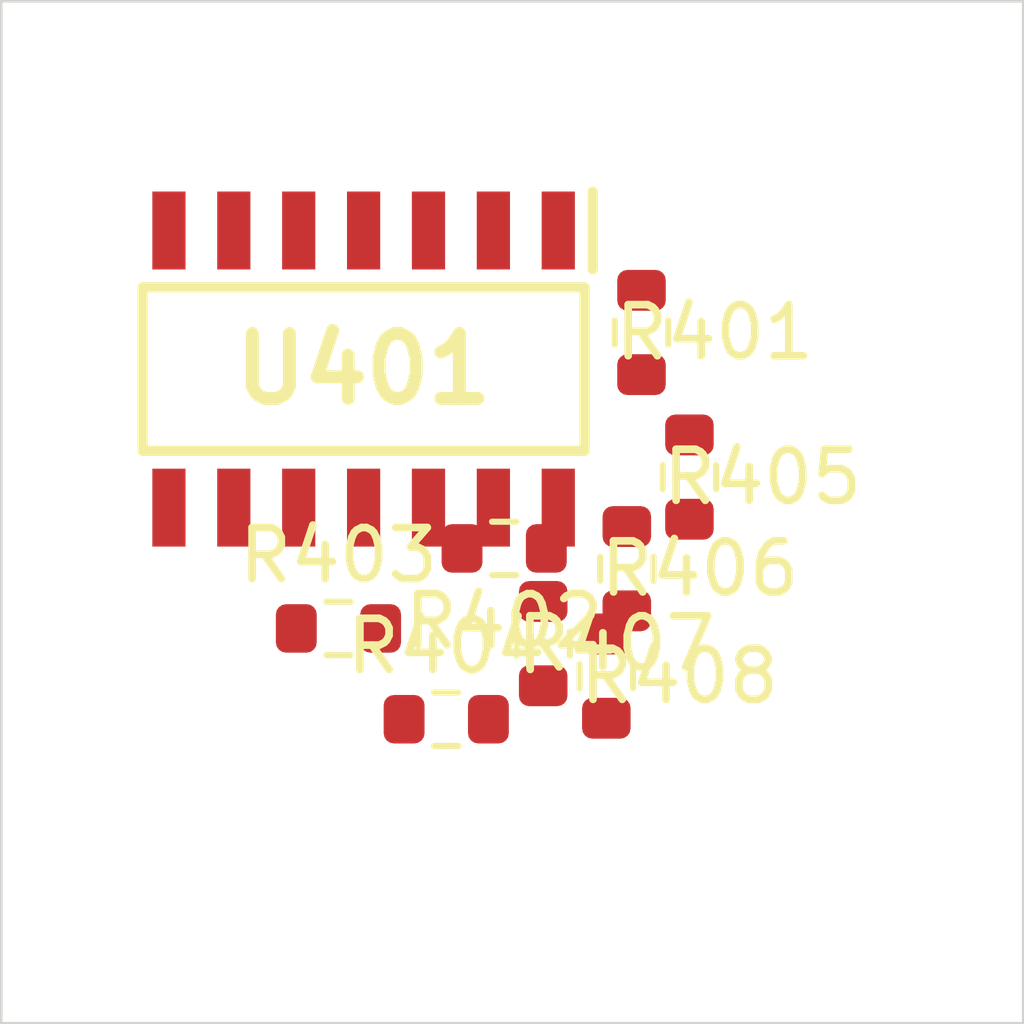
<source format=kicad_pcb>
 ( kicad_pcb  ( version 20171130 )
 ( host pcbnew 5.1.12-84ad8e8a86~92~ubuntu18.04.1 )
 ( general  ( thickness 1.6 )
 ( drawings 4 )
 ( tracks 0 )
 ( zones 0 )
 ( modules 9 )
 ( nets 14 )
)
 ( page A4 )
 ( layers  ( 0 F.Cu signal )
 ( 31 B.Cu signal )
 ( 32 B.Adhes user )
 ( 33 F.Adhes user )
 ( 34 B.Paste user )
 ( 35 F.Paste user )
 ( 36 B.SilkS user )
 ( 37 F.SilkS user )
 ( 38 B.Mask user )
 ( 39 F.Mask user )
 ( 40 Dwgs.User user )
 ( 41 Cmts.User user )
 ( 42 Eco1.User user )
 ( 43 Eco2.User user )
 ( 44 Edge.Cuts user )
 ( 45 Margin user )
 ( 46 B.CrtYd user )
 ( 47 F.CrtYd user )
 ( 48 B.Fab user )
 ( 49 F.Fab user )
)
 ( setup  ( last_trace_width 0.25 )
 ( trace_clearance 0.2 )
 ( zone_clearance 0.508 )
 ( zone_45_only no )
 ( trace_min 0.2 )
 ( via_size 0.8 )
 ( via_drill 0.4 )
 ( via_min_size 0.4 )
 ( via_min_drill 0.3 )
 ( uvia_size 0.3 )
 ( uvia_drill 0.1 )
 ( uvias_allowed no )
 ( uvia_min_size 0.2 )
 ( uvia_min_drill 0.1 )
 ( edge_width 0.05 )
 ( segment_width 0.2 )
 ( pcb_text_width 0.3 )
 ( pcb_text_size 1.5 1.5 )
 ( mod_edge_width 0.12 )
 ( mod_text_size 1 1 )
 ( mod_text_width 0.15 )
 ( pad_size 1.524 1.524 )
 ( pad_drill 0.762 )
 ( pad_to_mask_clearance 0 )
 ( aux_axis_origin 0 0 )
 ( visible_elements FFFFFF7F )
 ( pcbplotparams  ( layerselection 0x010fc_ffffffff )
 ( usegerberextensions false )
 ( usegerberattributes true )
 ( usegerberadvancedattributes true )
 ( creategerberjobfile true )
 ( excludeedgelayer true )
 ( linewidth 0.100000 )
 ( plotframeref false )
 ( viasonmask false )
 ( mode 1 )
 ( useauxorigin false )
 ( hpglpennumber 1 )
 ( hpglpenspeed 20 )
 ( hpglpendiameter 15.000000 )
 ( psnegative false )
 ( psa4output false )
 ( plotreference true )
 ( plotvalue true )
 ( plotinvisibletext false )
 ( padsonsilk false )
 ( subtractmaskfromsilk false )
 ( outputformat 1 )
 ( mirror false )
 ( drillshape 1 )
 ( scaleselection 1 )
 ( outputdirectory "" )
)
)
 ( net 0 "" )
 ( net 1 /Sheet6235D886/vp )
 ( net 2 /Sheet6248AD22/chn0 )
 ( net 3 /Sheet6248AD22/chn1 )
 ( net 4 /Sheet6248AD22/chn2 )
 ( net 5 /Sheet6248AD22/chn3 )
 ( net 6 "Net-(R401-Pad2)" )
 ( net 7 "Net-(R402-Pad2)" )
 ( net 8 "Net-(R403-Pad2)" )
 ( net 9 "Net-(R404-Pad2)" )
 ( net 10 /Sheet6248AD22/chn0_n )
 ( net 11 /Sheet6248AD22/chn1_n )
 ( net 12 /Sheet6248AD22/chn2_n )
 ( net 13 /Sheet6248AD22/chn3_n )
 ( net_class Default "This is the default net class."  ( clearance 0.2 )
 ( trace_width 0.25 )
 ( via_dia 0.8 )
 ( via_drill 0.4 )
 ( uvia_dia 0.3 )
 ( uvia_drill 0.1 )
 ( add_net /Sheet6235D886/vp )
 ( add_net /Sheet6248AD22/chn0 )
 ( add_net /Sheet6248AD22/chn0_n )
 ( add_net /Sheet6248AD22/chn1 )
 ( add_net /Sheet6248AD22/chn1_n )
 ( add_net /Sheet6248AD22/chn2 )
 ( add_net /Sheet6248AD22/chn2_n )
 ( add_net /Sheet6248AD22/chn3 )
 ( add_net /Sheet6248AD22/chn3_n )
 ( add_net "Net-(R401-Pad2)" )
 ( add_net "Net-(R402-Pad2)" )
 ( add_net "Net-(R403-Pad2)" )
 ( add_net "Net-(R404-Pad2)" )
)
 ( module Resistor_SMD:R_0603_1608Metric  ( layer F.Cu )
 ( tedit 5F68FEEE )
 ( tstamp 623425C8 )
 ( at 92.529600 106.482000 270.000000 )
 ( descr "Resistor SMD 0603 (1608 Metric), square (rectangular) end terminal, IPC_7351 nominal, (Body size source: IPC-SM-782 page 72, https://www.pcb-3d.com/wordpress/wp-content/uploads/ipc-sm-782a_amendment_1_and_2.pdf), generated with kicad-footprint-generator" )
 ( tags resistor )
 ( path /6248AD23/6249ADFD )
 ( attr smd )
 ( fp_text reference R401  ( at 0 -1.43 )
 ( layer F.SilkS )
 ( effects  ( font  ( size 1 1 )
 ( thickness 0.15 )
)
)
)
 ( fp_text value 10M  ( at 0 1.43 )
 ( layer F.Fab )
 ( effects  ( font  ( size 1 1 )
 ( thickness 0.15 )
)
)
)
 ( fp_line  ( start -0.8 0.4125 )
 ( end -0.8 -0.4125 )
 ( layer F.Fab )
 ( width 0.1 )
)
 ( fp_line  ( start -0.8 -0.4125 )
 ( end 0.8 -0.4125 )
 ( layer F.Fab )
 ( width 0.1 )
)
 ( fp_line  ( start 0.8 -0.4125 )
 ( end 0.8 0.4125 )
 ( layer F.Fab )
 ( width 0.1 )
)
 ( fp_line  ( start 0.8 0.4125 )
 ( end -0.8 0.4125 )
 ( layer F.Fab )
 ( width 0.1 )
)
 ( fp_line  ( start -0.237258 -0.5225 )
 ( end 0.237258 -0.5225 )
 ( layer F.SilkS )
 ( width 0.12 )
)
 ( fp_line  ( start -0.237258 0.5225 )
 ( end 0.237258 0.5225 )
 ( layer F.SilkS )
 ( width 0.12 )
)
 ( fp_line  ( start -1.48 0.73 )
 ( end -1.48 -0.73 )
 ( layer F.CrtYd )
 ( width 0.05 )
)
 ( fp_line  ( start -1.48 -0.73 )
 ( end 1.48 -0.73 )
 ( layer F.CrtYd )
 ( width 0.05 )
)
 ( fp_line  ( start 1.48 -0.73 )
 ( end 1.48 0.73 )
 ( layer F.CrtYd )
 ( width 0.05 )
)
 ( fp_line  ( start 1.48 0.73 )
 ( end -1.48 0.73 )
 ( layer F.CrtYd )
 ( width 0.05 )
)
 ( fp_text user %R  ( at 0 0 )
 ( layer F.Fab )
 ( effects  ( font  ( size 0.4 0.4 )
 ( thickness 0.06 )
)
)
)
 ( pad 2 smd roundrect  ( at 0.825 0 270.000000 )
 ( size 0.8 0.95 )
 ( layers F.Cu F.Mask F.Paste )
 ( roundrect_rratio 0.25 )
 ( net 6 "Net-(R401-Pad2)" )
)
 ( pad 1 smd roundrect  ( at -0.825 0 270.000000 )
 ( size 0.8 0.95 )
 ( layers F.Cu F.Mask F.Paste )
 ( roundrect_rratio 0.25 )
 ( net 10 /Sheet6248AD22/chn0_n )
)
 ( model ${KISYS3DMOD}/Resistor_SMD.3dshapes/R_0603_1608Metric.wrl  ( at  ( xyz 0 0 0 )
)
 ( scale  ( xyz 1 1 1 )
)
 ( rotate  ( xyz 0 0 0 )
)
)
)
 ( module Resistor_SMD:R_0603_1608Metric  ( layer F.Cu )
 ( tedit 5F68FEEE )
 ( tstamp 623425D9 )
 ( at 89.842200 110.708000 180.000000 )
 ( descr "Resistor SMD 0603 (1608 Metric), square (rectangular) end terminal, IPC_7351 nominal, (Body size source: IPC-SM-782 page 72, https://www.pcb-3d.com/wordpress/wp-content/uploads/ipc-sm-782a_amendment_1_and_2.pdf), generated with kicad-footprint-generator" )
 ( tags resistor )
 ( path /6248AD23/6249B75E )
 ( attr smd )
 ( fp_text reference R402  ( at 0 -1.43 )
 ( layer F.SilkS )
 ( effects  ( font  ( size 1 1 )
 ( thickness 0.15 )
)
)
)
 ( fp_text value 10M  ( at 0 1.43 )
 ( layer F.Fab )
 ( effects  ( font  ( size 1 1 )
 ( thickness 0.15 )
)
)
)
 ( fp_line  ( start 1.48 0.73 )
 ( end -1.48 0.73 )
 ( layer F.CrtYd )
 ( width 0.05 )
)
 ( fp_line  ( start 1.48 -0.73 )
 ( end 1.48 0.73 )
 ( layer F.CrtYd )
 ( width 0.05 )
)
 ( fp_line  ( start -1.48 -0.73 )
 ( end 1.48 -0.73 )
 ( layer F.CrtYd )
 ( width 0.05 )
)
 ( fp_line  ( start -1.48 0.73 )
 ( end -1.48 -0.73 )
 ( layer F.CrtYd )
 ( width 0.05 )
)
 ( fp_line  ( start -0.237258 0.5225 )
 ( end 0.237258 0.5225 )
 ( layer F.SilkS )
 ( width 0.12 )
)
 ( fp_line  ( start -0.237258 -0.5225 )
 ( end 0.237258 -0.5225 )
 ( layer F.SilkS )
 ( width 0.12 )
)
 ( fp_line  ( start 0.8 0.4125 )
 ( end -0.8 0.4125 )
 ( layer F.Fab )
 ( width 0.1 )
)
 ( fp_line  ( start 0.8 -0.4125 )
 ( end 0.8 0.4125 )
 ( layer F.Fab )
 ( width 0.1 )
)
 ( fp_line  ( start -0.8 -0.4125 )
 ( end 0.8 -0.4125 )
 ( layer F.Fab )
 ( width 0.1 )
)
 ( fp_line  ( start -0.8 0.4125 )
 ( end -0.8 -0.4125 )
 ( layer F.Fab )
 ( width 0.1 )
)
 ( fp_text user %R  ( at 0 0 )
 ( layer F.Fab )
 ( effects  ( font  ( size 0.4 0.4 )
 ( thickness 0.06 )
)
)
)
 ( pad 1 smd roundrect  ( at -0.825 0 180.000000 )
 ( size 0.8 0.95 )
 ( layers F.Cu F.Mask F.Paste )
 ( roundrect_rratio 0.25 )
 ( net 11 /Sheet6248AD22/chn1_n )
)
 ( pad 2 smd roundrect  ( at 0.825 0 180.000000 )
 ( size 0.8 0.95 )
 ( layers F.Cu F.Mask F.Paste )
 ( roundrect_rratio 0.25 )
 ( net 7 "Net-(R402-Pad2)" )
)
 ( model ${KISYS3DMOD}/Resistor_SMD.3dshapes/R_0603_1608Metric.wrl  ( at  ( xyz 0 0 0 )
)
 ( scale  ( xyz 1 1 1 )
)
 ( rotate  ( xyz 0 0 0 )
)
)
)
 ( module Resistor_SMD:R_0603_1608Metric  ( layer F.Cu )
 ( tedit 5F68FEEE )
 ( tstamp 623425EA )
 ( at 86.599100 112.274000 )
 ( descr "Resistor SMD 0603 (1608 Metric), square (rectangular) end terminal, IPC_7351 nominal, (Body size source: IPC-SM-782 page 72, https://www.pcb-3d.com/wordpress/wp-content/uploads/ipc-sm-782a_amendment_1_and_2.pdf), generated with kicad-footprint-generator" )
 ( tags resistor )
 ( path /6248AD23/6249FB7A )
 ( attr smd )
 ( fp_text reference R403  ( at 0 -1.43 )
 ( layer F.SilkS )
 ( effects  ( font  ( size 1 1 )
 ( thickness 0.15 )
)
)
)
 ( fp_text value 10M  ( at 0 1.43 )
 ( layer F.Fab )
 ( effects  ( font  ( size 1 1 )
 ( thickness 0.15 )
)
)
)
 ( fp_line  ( start 1.48 0.73 )
 ( end -1.48 0.73 )
 ( layer F.CrtYd )
 ( width 0.05 )
)
 ( fp_line  ( start 1.48 -0.73 )
 ( end 1.48 0.73 )
 ( layer F.CrtYd )
 ( width 0.05 )
)
 ( fp_line  ( start -1.48 -0.73 )
 ( end 1.48 -0.73 )
 ( layer F.CrtYd )
 ( width 0.05 )
)
 ( fp_line  ( start -1.48 0.73 )
 ( end -1.48 -0.73 )
 ( layer F.CrtYd )
 ( width 0.05 )
)
 ( fp_line  ( start -0.237258 0.5225 )
 ( end 0.237258 0.5225 )
 ( layer F.SilkS )
 ( width 0.12 )
)
 ( fp_line  ( start -0.237258 -0.5225 )
 ( end 0.237258 -0.5225 )
 ( layer F.SilkS )
 ( width 0.12 )
)
 ( fp_line  ( start 0.8 0.4125 )
 ( end -0.8 0.4125 )
 ( layer F.Fab )
 ( width 0.1 )
)
 ( fp_line  ( start 0.8 -0.4125 )
 ( end 0.8 0.4125 )
 ( layer F.Fab )
 ( width 0.1 )
)
 ( fp_line  ( start -0.8 -0.4125 )
 ( end 0.8 -0.4125 )
 ( layer F.Fab )
 ( width 0.1 )
)
 ( fp_line  ( start -0.8 0.4125 )
 ( end -0.8 -0.4125 )
 ( layer F.Fab )
 ( width 0.1 )
)
 ( fp_text user %R  ( at 0 0 )
 ( layer F.Fab )
 ( effects  ( font  ( size 0.4 0.4 )
 ( thickness 0.06 )
)
)
)
 ( pad 1 smd roundrect  ( at -0.825 0 )
 ( size 0.8 0.95 )
 ( layers F.Cu F.Mask F.Paste )
 ( roundrect_rratio 0.25 )
 ( net 12 /Sheet6248AD22/chn2_n )
)
 ( pad 2 smd roundrect  ( at 0.825 0 )
 ( size 0.8 0.95 )
 ( layers F.Cu F.Mask F.Paste )
 ( roundrect_rratio 0.25 )
 ( net 8 "Net-(R403-Pad2)" )
)
 ( model ${KISYS3DMOD}/Resistor_SMD.3dshapes/R_0603_1608Metric.wrl  ( at  ( xyz 0 0 0 )
)
 ( scale  ( xyz 1 1 1 )
)
 ( rotate  ( xyz 0 0 0 )
)
)
)
 ( module Resistor_SMD:R_0603_1608Metric  ( layer F.Cu )
 ( tedit 5F68FEEE )
 ( tstamp 623425FB )
 ( at 88.708800 114.051000 )
 ( descr "Resistor SMD 0603 (1608 Metric), square (rectangular) end terminal, IPC_7351 nominal, (Body size source: IPC-SM-782 page 72, https://www.pcb-3d.com/wordpress/wp-content/uploads/ipc-sm-782a_amendment_1_and_2.pdf), generated with kicad-footprint-generator" )
 ( tags resistor )
 ( path /6248AD23/6249FB74 )
 ( attr smd )
 ( fp_text reference R404  ( at 0 -1.43 )
 ( layer F.SilkS )
 ( effects  ( font  ( size 1 1 )
 ( thickness 0.15 )
)
)
)
 ( fp_text value 10M  ( at 0 1.43 )
 ( layer F.Fab )
 ( effects  ( font  ( size 1 1 )
 ( thickness 0.15 )
)
)
)
 ( fp_line  ( start -0.8 0.4125 )
 ( end -0.8 -0.4125 )
 ( layer F.Fab )
 ( width 0.1 )
)
 ( fp_line  ( start -0.8 -0.4125 )
 ( end 0.8 -0.4125 )
 ( layer F.Fab )
 ( width 0.1 )
)
 ( fp_line  ( start 0.8 -0.4125 )
 ( end 0.8 0.4125 )
 ( layer F.Fab )
 ( width 0.1 )
)
 ( fp_line  ( start 0.8 0.4125 )
 ( end -0.8 0.4125 )
 ( layer F.Fab )
 ( width 0.1 )
)
 ( fp_line  ( start -0.237258 -0.5225 )
 ( end 0.237258 -0.5225 )
 ( layer F.SilkS )
 ( width 0.12 )
)
 ( fp_line  ( start -0.237258 0.5225 )
 ( end 0.237258 0.5225 )
 ( layer F.SilkS )
 ( width 0.12 )
)
 ( fp_line  ( start -1.48 0.73 )
 ( end -1.48 -0.73 )
 ( layer F.CrtYd )
 ( width 0.05 )
)
 ( fp_line  ( start -1.48 -0.73 )
 ( end 1.48 -0.73 )
 ( layer F.CrtYd )
 ( width 0.05 )
)
 ( fp_line  ( start 1.48 -0.73 )
 ( end 1.48 0.73 )
 ( layer F.CrtYd )
 ( width 0.05 )
)
 ( fp_line  ( start 1.48 0.73 )
 ( end -1.48 0.73 )
 ( layer F.CrtYd )
 ( width 0.05 )
)
 ( fp_text user %R  ( at 0 0 )
 ( layer F.Fab )
 ( effects  ( font  ( size 0.4 0.4 )
 ( thickness 0.06 )
)
)
)
 ( pad 2 smd roundrect  ( at 0.825 0 )
 ( size 0.8 0.95 )
 ( layers F.Cu F.Mask F.Paste )
 ( roundrect_rratio 0.25 )
 ( net 9 "Net-(R404-Pad2)" )
)
 ( pad 1 smd roundrect  ( at -0.825 0 )
 ( size 0.8 0.95 )
 ( layers F.Cu F.Mask F.Paste )
 ( roundrect_rratio 0.25 )
 ( net 13 /Sheet6248AD22/chn3_n )
)
 ( model ${KISYS3DMOD}/Resistor_SMD.3dshapes/R_0603_1608Metric.wrl  ( at  ( xyz 0 0 0 )
)
 ( scale  ( xyz 1 1 1 )
)
 ( rotate  ( xyz 0 0 0 )
)
)
)
 ( module Resistor_SMD:R_0603_1608Metric  ( layer F.Cu )
 ( tedit 5F68FEEE )
 ( tstamp 6234260C )
 ( at 93.467700 109.312000 270.000000 )
 ( descr "Resistor SMD 0603 (1608 Metric), square (rectangular) end terminal, IPC_7351 nominal, (Body size source: IPC-SM-782 page 72, https://www.pcb-3d.com/wordpress/wp-content/uploads/ipc-sm-782a_amendment_1_and_2.pdf), generated with kicad-footprint-generator" )
 ( tags resistor )
 ( path /6248AD23/62497F62 )
 ( attr smd )
 ( fp_text reference R405  ( at 0 -1.43 )
 ( layer F.SilkS )
 ( effects  ( font  ( size 1 1 )
 ( thickness 0.15 )
)
)
)
 ( fp_text value 750k  ( at 0 1.43 )
 ( layer F.Fab )
 ( effects  ( font  ( size 1 1 )
 ( thickness 0.15 )
)
)
)
 ( fp_line  ( start -0.8 0.4125 )
 ( end -0.8 -0.4125 )
 ( layer F.Fab )
 ( width 0.1 )
)
 ( fp_line  ( start -0.8 -0.4125 )
 ( end 0.8 -0.4125 )
 ( layer F.Fab )
 ( width 0.1 )
)
 ( fp_line  ( start 0.8 -0.4125 )
 ( end 0.8 0.4125 )
 ( layer F.Fab )
 ( width 0.1 )
)
 ( fp_line  ( start 0.8 0.4125 )
 ( end -0.8 0.4125 )
 ( layer F.Fab )
 ( width 0.1 )
)
 ( fp_line  ( start -0.237258 -0.5225 )
 ( end 0.237258 -0.5225 )
 ( layer F.SilkS )
 ( width 0.12 )
)
 ( fp_line  ( start -0.237258 0.5225 )
 ( end 0.237258 0.5225 )
 ( layer F.SilkS )
 ( width 0.12 )
)
 ( fp_line  ( start -1.48 0.73 )
 ( end -1.48 -0.73 )
 ( layer F.CrtYd )
 ( width 0.05 )
)
 ( fp_line  ( start -1.48 -0.73 )
 ( end 1.48 -0.73 )
 ( layer F.CrtYd )
 ( width 0.05 )
)
 ( fp_line  ( start 1.48 -0.73 )
 ( end 1.48 0.73 )
 ( layer F.CrtYd )
 ( width 0.05 )
)
 ( fp_line  ( start 1.48 0.73 )
 ( end -1.48 0.73 )
 ( layer F.CrtYd )
 ( width 0.05 )
)
 ( fp_text user %R  ( at 0 0 )
 ( layer F.Fab )
 ( effects  ( font  ( size 0.4 0.4 )
 ( thickness 0.06 )
)
)
)
 ( pad 2 smd roundrect  ( at 0.825 0 270.000000 )
 ( size 0.8 0.95 )
 ( layers F.Cu F.Mask F.Paste )
 ( roundrect_rratio 0.25 )
 ( net 6 "Net-(R401-Pad2)" )
)
 ( pad 1 smd roundrect  ( at -0.825 0 270.000000 )
 ( size 0.8 0.95 )
 ( layers F.Cu F.Mask F.Paste )
 ( roundrect_rratio 0.25 )
 ( net 1 /Sheet6235D886/vp )
)
 ( model ${KISYS3DMOD}/Resistor_SMD.3dshapes/R_0603_1608Metric.wrl  ( at  ( xyz 0 0 0 )
)
 ( scale  ( xyz 1 1 1 )
)
 ( rotate  ( xyz 0 0 0 )
)
)
)
 ( module Resistor_SMD:R_0603_1608Metric  ( layer F.Cu )
 ( tedit 5F68FEEE )
 ( tstamp 6234261D )
 ( at 92.242200 111.105000 270.000000 )
 ( descr "Resistor SMD 0603 (1608 Metric), square (rectangular) end terminal, IPC_7351 nominal, (Body size source: IPC-SM-782 page 72, https://www.pcb-3d.com/wordpress/wp-content/uploads/ipc-sm-782a_amendment_1_and_2.pdf), generated with kicad-footprint-generator" )
 ( tags resistor )
 ( path /6248AD23/62499098 )
 ( attr smd )
 ( fp_text reference R406  ( at 0 -1.43 )
 ( layer F.SilkS )
 ( effects  ( font  ( size 1 1 )
 ( thickness 0.15 )
)
)
)
 ( fp_text value 750k  ( at 0 1.43 )
 ( layer F.Fab )
 ( effects  ( font  ( size 1 1 )
 ( thickness 0.15 )
)
)
)
 ( fp_line  ( start 1.48 0.73 )
 ( end -1.48 0.73 )
 ( layer F.CrtYd )
 ( width 0.05 )
)
 ( fp_line  ( start 1.48 -0.73 )
 ( end 1.48 0.73 )
 ( layer F.CrtYd )
 ( width 0.05 )
)
 ( fp_line  ( start -1.48 -0.73 )
 ( end 1.48 -0.73 )
 ( layer F.CrtYd )
 ( width 0.05 )
)
 ( fp_line  ( start -1.48 0.73 )
 ( end -1.48 -0.73 )
 ( layer F.CrtYd )
 ( width 0.05 )
)
 ( fp_line  ( start -0.237258 0.5225 )
 ( end 0.237258 0.5225 )
 ( layer F.SilkS )
 ( width 0.12 )
)
 ( fp_line  ( start -0.237258 -0.5225 )
 ( end 0.237258 -0.5225 )
 ( layer F.SilkS )
 ( width 0.12 )
)
 ( fp_line  ( start 0.8 0.4125 )
 ( end -0.8 0.4125 )
 ( layer F.Fab )
 ( width 0.1 )
)
 ( fp_line  ( start 0.8 -0.4125 )
 ( end 0.8 0.4125 )
 ( layer F.Fab )
 ( width 0.1 )
)
 ( fp_line  ( start -0.8 -0.4125 )
 ( end 0.8 -0.4125 )
 ( layer F.Fab )
 ( width 0.1 )
)
 ( fp_line  ( start -0.8 0.4125 )
 ( end -0.8 -0.4125 )
 ( layer F.Fab )
 ( width 0.1 )
)
 ( fp_text user %R  ( at 0 0 )
 ( layer F.Fab )
 ( effects  ( font  ( size 0.4 0.4 )
 ( thickness 0.06 )
)
)
)
 ( pad 1 smd roundrect  ( at -0.825 0 270.000000 )
 ( size 0.8 0.95 )
 ( layers F.Cu F.Mask F.Paste )
 ( roundrect_rratio 0.25 )
 ( net 1 /Sheet6235D886/vp )
)
 ( pad 2 smd roundrect  ( at 0.825 0 270.000000 )
 ( size 0.8 0.95 )
 ( layers F.Cu F.Mask F.Paste )
 ( roundrect_rratio 0.25 )
 ( net 7 "Net-(R402-Pad2)" )
)
 ( model ${KISYS3DMOD}/Resistor_SMD.3dshapes/R_0603_1608Metric.wrl  ( at  ( xyz 0 0 0 )
)
 ( scale  ( xyz 1 1 1 )
)
 ( rotate  ( xyz 0 0 0 )
)
)
)
 ( module Resistor_SMD:R_0603_1608Metric  ( layer F.Cu )
 ( tedit 5F68FEEE )
 ( tstamp 6234262E )
 ( at 90.605900 112.571000 270.000000 )
 ( descr "Resistor SMD 0603 (1608 Metric), square (rectangular) end terminal, IPC_7351 nominal, (Body size source: IPC-SM-782 page 72, https://www.pcb-3d.com/wordpress/wp-content/uploads/ipc-sm-782a_amendment_1_and_2.pdf), generated with kicad-footprint-generator" )
 ( tags resistor )
 ( path /6248AD23/624A0FFB )
 ( attr smd )
 ( fp_text reference R407  ( at 0 -1.43 )
 ( layer F.SilkS )
 ( effects  ( font  ( size 1 1 )
 ( thickness 0.15 )
)
)
)
 ( fp_text value 1.5M  ( at 0 1.43 )
 ( layer F.Fab )
 ( effects  ( font  ( size 1 1 )
 ( thickness 0.15 )
)
)
)
 ( fp_line  ( start 1.48 0.73 )
 ( end -1.48 0.73 )
 ( layer F.CrtYd )
 ( width 0.05 )
)
 ( fp_line  ( start 1.48 -0.73 )
 ( end 1.48 0.73 )
 ( layer F.CrtYd )
 ( width 0.05 )
)
 ( fp_line  ( start -1.48 -0.73 )
 ( end 1.48 -0.73 )
 ( layer F.CrtYd )
 ( width 0.05 )
)
 ( fp_line  ( start -1.48 0.73 )
 ( end -1.48 -0.73 )
 ( layer F.CrtYd )
 ( width 0.05 )
)
 ( fp_line  ( start -0.237258 0.5225 )
 ( end 0.237258 0.5225 )
 ( layer F.SilkS )
 ( width 0.12 )
)
 ( fp_line  ( start -0.237258 -0.5225 )
 ( end 0.237258 -0.5225 )
 ( layer F.SilkS )
 ( width 0.12 )
)
 ( fp_line  ( start 0.8 0.4125 )
 ( end -0.8 0.4125 )
 ( layer F.Fab )
 ( width 0.1 )
)
 ( fp_line  ( start 0.8 -0.4125 )
 ( end 0.8 0.4125 )
 ( layer F.Fab )
 ( width 0.1 )
)
 ( fp_line  ( start -0.8 -0.4125 )
 ( end 0.8 -0.4125 )
 ( layer F.Fab )
 ( width 0.1 )
)
 ( fp_line  ( start -0.8 0.4125 )
 ( end -0.8 -0.4125 )
 ( layer F.Fab )
 ( width 0.1 )
)
 ( fp_text user %R  ( at 0 0 )
 ( layer F.Fab )
 ( effects  ( font  ( size 0.4 0.4 )
 ( thickness 0.06 )
)
)
)
 ( pad 1 smd roundrect  ( at -0.825 0 270.000000 )
 ( size 0.8 0.95 )
 ( layers F.Cu F.Mask F.Paste )
 ( roundrect_rratio 0.25 )
 ( net 1 /Sheet6235D886/vp )
)
 ( pad 2 smd roundrect  ( at 0.825 0 270.000000 )
 ( size 0.8 0.95 )
 ( layers F.Cu F.Mask F.Paste )
 ( roundrect_rratio 0.25 )
 ( net 8 "Net-(R403-Pad2)" )
)
 ( model ${KISYS3DMOD}/Resistor_SMD.3dshapes/R_0603_1608Metric.wrl  ( at  ( xyz 0 0 0 )
)
 ( scale  ( xyz 1 1 1 )
)
 ( rotate  ( xyz 0 0 0 )
)
)
)
 ( module Resistor_SMD:R_0603_1608Metric  ( layer F.Cu )
 ( tedit 5F68FEEE )
 ( tstamp 6234263F )
 ( at 91.841500 113.207000 270.000000 )
 ( descr "Resistor SMD 0603 (1608 Metric), square (rectangular) end terminal, IPC_7351 nominal, (Body size source: IPC-SM-782 page 72, https://www.pcb-3d.com/wordpress/wp-content/uploads/ipc-sm-782a_amendment_1_and_2.pdf), generated with kicad-footprint-generator" )
 ( tags resistor )
 ( path /6248AD23/624A093C )
 ( attr smd )
 ( fp_text reference R408  ( at 0 -1.43 )
 ( layer F.SilkS )
 ( effects  ( font  ( size 1 1 )
 ( thickness 0.15 )
)
)
)
 ( fp_text value 1.5M  ( at 0 1.43 )
 ( layer F.Fab )
 ( effects  ( font  ( size 1 1 )
 ( thickness 0.15 )
)
)
)
 ( fp_line  ( start -0.8 0.4125 )
 ( end -0.8 -0.4125 )
 ( layer F.Fab )
 ( width 0.1 )
)
 ( fp_line  ( start -0.8 -0.4125 )
 ( end 0.8 -0.4125 )
 ( layer F.Fab )
 ( width 0.1 )
)
 ( fp_line  ( start 0.8 -0.4125 )
 ( end 0.8 0.4125 )
 ( layer F.Fab )
 ( width 0.1 )
)
 ( fp_line  ( start 0.8 0.4125 )
 ( end -0.8 0.4125 )
 ( layer F.Fab )
 ( width 0.1 )
)
 ( fp_line  ( start -0.237258 -0.5225 )
 ( end 0.237258 -0.5225 )
 ( layer F.SilkS )
 ( width 0.12 )
)
 ( fp_line  ( start -0.237258 0.5225 )
 ( end 0.237258 0.5225 )
 ( layer F.SilkS )
 ( width 0.12 )
)
 ( fp_line  ( start -1.48 0.73 )
 ( end -1.48 -0.73 )
 ( layer F.CrtYd )
 ( width 0.05 )
)
 ( fp_line  ( start -1.48 -0.73 )
 ( end 1.48 -0.73 )
 ( layer F.CrtYd )
 ( width 0.05 )
)
 ( fp_line  ( start 1.48 -0.73 )
 ( end 1.48 0.73 )
 ( layer F.CrtYd )
 ( width 0.05 )
)
 ( fp_line  ( start 1.48 0.73 )
 ( end -1.48 0.73 )
 ( layer F.CrtYd )
 ( width 0.05 )
)
 ( fp_text user %R  ( at 0 0 )
 ( layer F.Fab )
 ( effects  ( font  ( size 0.4 0.4 )
 ( thickness 0.06 )
)
)
)
 ( pad 2 smd roundrect  ( at 0.825 0 270.000000 )
 ( size 0.8 0.95 )
 ( layers F.Cu F.Mask F.Paste )
 ( roundrect_rratio 0.25 )
 ( net 9 "Net-(R404-Pad2)" )
)
 ( pad 1 smd roundrect  ( at -0.825 0 270.000000 )
 ( size 0.8 0.95 )
 ( layers F.Cu F.Mask F.Paste )
 ( roundrect_rratio 0.25 )
 ( net 1 /Sheet6235D886/vp )
)
 ( model ${KISYS3DMOD}/Resistor_SMD.3dshapes/R_0603_1608Metric.wrl  ( at  ( xyz 0 0 0 )
)
 ( scale  ( xyz 1 1 1 )
)
 ( rotate  ( xyz 0 0 0 )
)
)
)
 ( module TL074HIDR:SOIC127P600X175-14N locked  ( layer F.Cu )
 ( tedit 62336F37 )
 ( tstamp 62342709 )
 ( at 87.091000 107.198000 270.000000 )
 ( descr "D (-R-PDSO-G14)" )
 ( tags "Integrated Circuit" )
 ( path /6248AD23/624976B2 )
 ( attr smd )
 ( fp_text reference U401  ( at 0 0 )
 ( layer F.SilkS )
 ( effects  ( font  ( size 1.27 1.27 )
 ( thickness 0.254 )
)
)
)
 ( fp_text value TL074  ( at 0 0 )
 ( layer F.SilkS )
hide  ( effects  ( font  ( size 1.27 1.27 )
 ( thickness 0.254 )
)
)
)
 ( fp_line  ( start -3.725 -4.625 )
 ( end 3.725 -4.625 )
 ( layer Dwgs.User )
 ( width 0.05 )
)
 ( fp_line  ( start 3.725 -4.625 )
 ( end 3.725 4.625 )
 ( layer Dwgs.User )
 ( width 0.05 )
)
 ( fp_line  ( start 3.725 4.625 )
 ( end -3.725 4.625 )
 ( layer Dwgs.User )
 ( width 0.05 )
)
 ( fp_line  ( start -3.725 4.625 )
 ( end -3.725 -4.625 )
 ( layer Dwgs.User )
 ( width 0.05 )
)
 ( fp_line  ( start -1.95 -4.325 )
 ( end 1.95 -4.325 )
 ( layer Dwgs.User )
 ( width 0.1 )
)
 ( fp_line  ( start 1.95 -4.325 )
 ( end 1.95 4.325 )
 ( layer Dwgs.User )
 ( width 0.1 )
)
 ( fp_line  ( start 1.95 4.325 )
 ( end -1.95 4.325 )
 ( layer Dwgs.User )
 ( width 0.1 )
)
 ( fp_line  ( start -1.95 4.325 )
 ( end -1.95 -4.325 )
 ( layer Dwgs.User )
 ( width 0.1 )
)
 ( fp_line  ( start -1.95 -3.055 )
 ( end -0.68 -4.325 )
 ( layer Dwgs.User )
 ( width 0.1 )
)
 ( fp_line  ( start -1.6 -4.325 )
 ( end 1.6 -4.325 )
 ( layer F.SilkS )
 ( width 0.2 )
)
 ( fp_line  ( start 1.6 -4.325 )
 ( end 1.6 4.325 )
 ( layer F.SilkS )
 ( width 0.2 )
)
 ( fp_line  ( start 1.6 4.325 )
 ( end -1.6 4.325 )
 ( layer F.SilkS )
 ( width 0.2 )
)
 ( fp_line  ( start -1.6 4.325 )
 ( end -1.6 -4.325 )
 ( layer F.SilkS )
 ( width 0.2 )
)
 ( fp_line  ( start -3.475 -4.485 )
 ( end -1.95 -4.485 )
 ( layer F.SilkS )
 ( width 0.2 )
)
 ( pad 1 smd rect  ( at -2.712 -3.81 )
 ( size 0.65 1.525 )
 ( layers F.Cu F.Mask F.Paste )
 ( net 2 /Sheet6248AD22/chn0 )
)
 ( pad 2 smd rect  ( at -2.712 -2.54 )
 ( size 0.65 1.525 )
 ( layers F.Cu F.Mask F.Paste )
 ( net 2 /Sheet6248AD22/chn0 )
)
 ( pad 3 smd rect  ( at -2.712 -1.27 )
 ( size 0.65 1.525 )
 ( layers F.Cu F.Mask F.Paste )
 ( net 6 "Net-(R401-Pad2)" )
)
 ( pad 4 smd rect  ( at -2.712 0 )
 ( size 0.65 1.525 )
 ( layers F.Cu F.Mask F.Paste )
)
 ( pad 5 smd rect  ( at -2.712 1.27 )
 ( size 0.65 1.525 )
 ( layers F.Cu F.Mask F.Paste )
 ( net 7 "Net-(R402-Pad2)" )
)
 ( pad 6 smd rect  ( at -2.712 2.54 )
 ( size 0.65 1.525 )
 ( layers F.Cu F.Mask F.Paste )
 ( net 3 /Sheet6248AD22/chn1 )
)
 ( pad 7 smd rect  ( at -2.712 3.81 )
 ( size 0.65 1.525 )
 ( layers F.Cu F.Mask F.Paste )
 ( net 3 /Sheet6248AD22/chn1 )
)
 ( pad 8 smd rect  ( at 2.712 3.81 )
 ( size 0.65 1.525 )
 ( layers F.Cu F.Mask F.Paste )
 ( net 4 /Sheet6248AD22/chn2 )
)
 ( pad 9 smd rect  ( at 2.712 2.54 )
 ( size 0.65 1.525 )
 ( layers F.Cu F.Mask F.Paste )
 ( net 4 /Sheet6248AD22/chn2 )
)
 ( pad 10 smd rect  ( at 2.712 1.27 )
 ( size 0.65 1.525 )
 ( layers F.Cu F.Mask F.Paste )
 ( net 8 "Net-(R403-Pad2)" )
)
 ( pad 11 smd rect  ( at 2.712 0 )
 ( size 0.65 1.525 )
 ( layers F.Cu F.Mask F.Paste )
)
 ( pad 12 smd rect  ( at 2.712 -1.27 )
 ( size 0.65 1.525 )
 ( layers F.Cu F.Mask F.Paste )
 ( net 9 "Net-(R404-Pad2)" )
)
 ( pad 13 smd rect  ( at 2.712 -2.54 )
 ( size 0.65 1.525 )
 ( layers F.Cu F.Mask F.Paste )
 ( net 5 /Sheet6248AD22/chn3 )
)
 ( pad 14 smd rect  ( at 2.712 -3.81 )
 ( size 0.65 1.525 )
 ( layers F.Cu F.Mask F.Paste )
 ( net 5 /Sheet6248AD22/chn3 )
)
)
 ( gr_line  ( start 100 100 )
 ( end 100 120 )
 ( layer Edge.Cuts )
 ( width 0.05 )
 ( tstamp 62E76D2A )
)
 ( gr_line  ( start 80 120 )
 ( end 100 120 )
 ( layer Edge.Cuts )
 ( width 0.05 )
 ( tstamp 62E76D27 )
)
 ( gr_line  ( start 80 100 )
 ( end 80 120 )
 ( layer Edge.Cuts )
 ( width 0.05 )
 ( tstamp 6234110C )
)
 ( gr_line  ( start 80 100 )
 ( end 100 100 )
 ( layer Edge.Cuts )
 ( width 0.05 )
)
)

</source>
